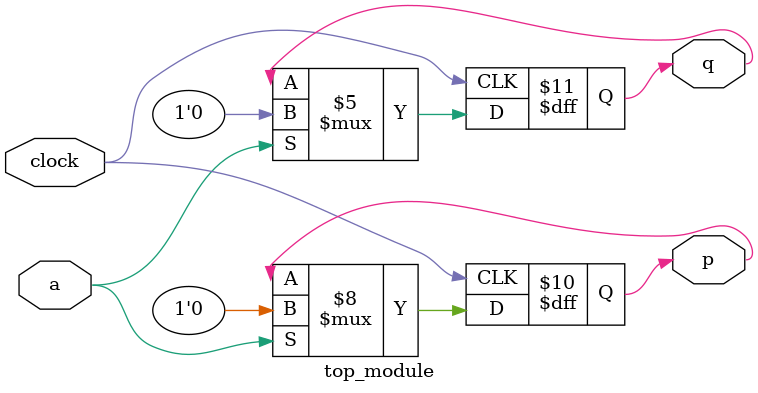
<source format=sv>
module top_module (
  input wire clock,
  input wire a,
  output reg p,
  output reg q
);

// Initialize the outputs
initial begin
  p = 1'b0;
  q = 1'b0;
end

// Sequential logic
always @(posedge clock) begin
  if (a == 1'b1) begin
    p <= 1'b0;
    q <= 1'b0;
  end else begin
    p <= p;
    q <= q;
  end
end

endmodule

</source>
